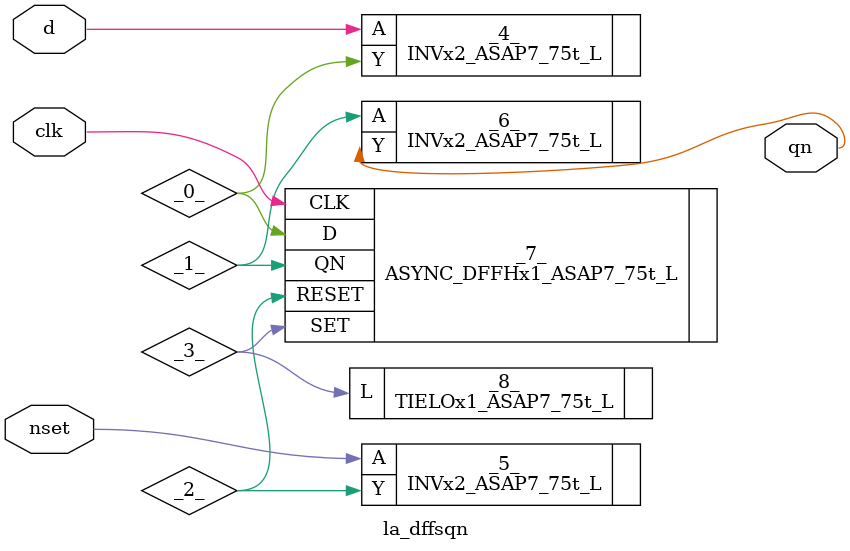
<source format=v>

/* Generated by Yosys 0.37 (git sha1 a5c7f69ed, clang 14.0.0-1ubuntu1.1 -fPIC -Os) */

module la_dffsqn(d, clk, nset, qn);
  wire _0_;
  wire _1_;
  wire _2_;
  wire _3_;
  input clk;
  wire clk;
  input d;
  wire d;
  input nset;
  wire nset;
  output qn;
  wire qn;
  INVx2_ASAP7_75t_L _4_ (
    .A(d),
    .Y(_0_)
  );
  INVx2_ASAP7_75t_L _5_ (
    .A(nset),
    .Y(_2_)
  );
  INVx2_ASAP7_75t_L _6_ (
    .A(_1_),
    .Y(qn)
  );
  ASYNC_DFFHx1_ASAP7_75t_L _7_ (
    .CLK(clk),
    .D(_0_),
    .QN(_1_),
    .RESET(_2_),
    .SET(_3_)
  );
  TIELOx1_ASAP7_75t_L _8_ (
    .L(_3_)
  );
endmodule

</source>
